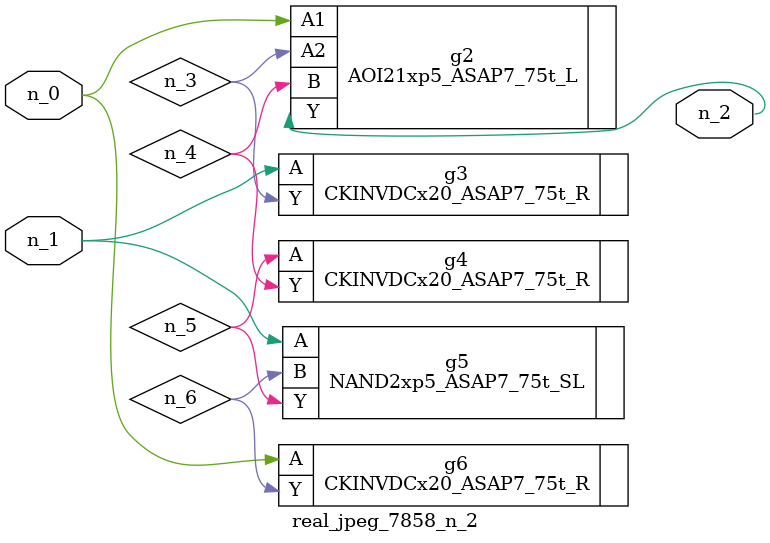
<source format=v>
module real_jpeg_7858_n_2 (n_1, n_0, n_2);

input n_1;
input n_0;

output n_2;

wire n_5;
wire n_4;
wire n_6;
wire n_3;

AOI21xp5_ASAP7_75t_L g2 ( 
.A1(n_0),
.A2(n_3),
.B(n_4),
.Y(n_2)
);

CKINVDCx20_ASAP7_75t_R g6 ( 
.A(n_0),
.Y(n_6)
);

CKINVDCx20_ASAP7_75t_R g3 ( 
.A(n_1),
.Y(n_3)
);

NAND2xp5_ASAP7_75t_SL g5 ( 
.A(n_1),
.B(n_6),
.Y(n_5)
);

CKINVDCx20_ASAP7_75t_R g4 ( 
.A(n_5),
.Y(n_4)
);


endmodule
</source>
